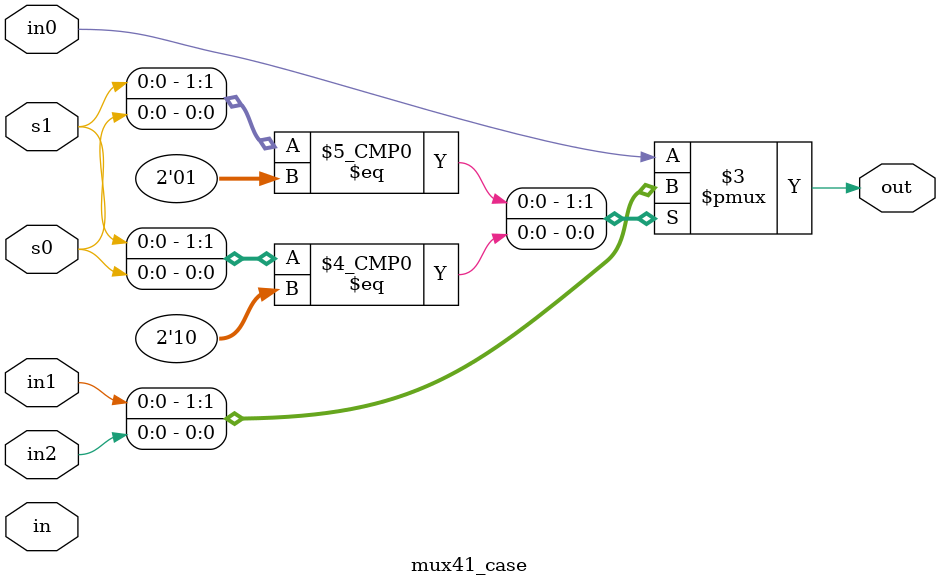
<source format=v>
`timescale 1ns / 1ps


 module mux41_case  
      (
        input  in0,in1,in2,in,
		input  s0,s1,
        output  reg  out  // outÉùÃ÷ÎªregÀàÐÍ
     );
      
      always @*  
begin
		case ({s1,s0})  
             2'b00:   out = in0;
		   2'b01:   out = in1; 
		   2'b10:   out = in2;
            default: out = in0;
         endcase
      end
  endmodule


</source>
